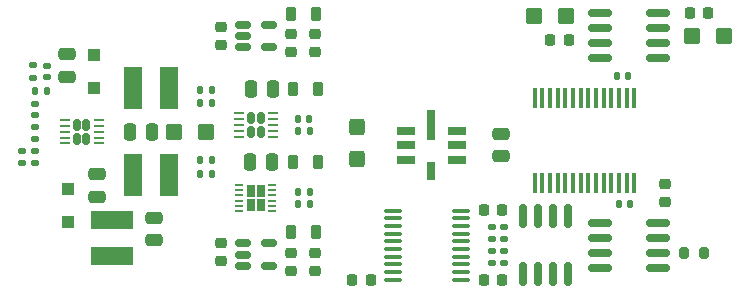
<source format=gbr>
%TF.GenerationSoftware,KiCad,Pcbnew,(6.0.5)*%
%TF.CreationDate,2022-10-08T22:42:16+08:00*%
%TF.ProjectId,LabPrecisionVoltageSource_V1.2,4c616250-7265-4636-9973-696f6e566f6c,rev?*%
%TF.SameCoordinates,Original*%
%TF.FileFunction,Paste,Top*%
%TF.FilePolarity,Positive*%
%FSLAX46Y46*%
G04 Gerber Fmt 4.6, Leading zero omitted, Abs format (unit mm)*
G04 Created by KiCad (PCBNEW (6.0.5)) date 2022-10-08 22:42:16*
%MOMM*%
%LPD*%
G01*
G04 APERTURE LIST*
G04 Aperture macros list*
%AMRoundRect*
0 Rectangle with rounded corners*
0 $1 Rounding radius*
0 $2 $3 $4 $5 $6 $7 $8 $9 X,Y pos of 4 corners*
0 Add a 4 corners polygon primitive as box body*
4,1,4,$2,$3,$4,$5,$6,$7,$8,$9,$2,$3,0*
0 Add four circle primitives for the rounded corners*
1,1,$1+$1,$2,$3*
1,1,$1+$1,$4,$5*
1,1,$1+$1,$6,$7*
1,1,$1+$1,$8,$9*
0 Add four rect primitives between the rounded corners*
20,1,$1+$1,$2,$3,$4,$5,0*
20,1,$1+$1,$4,$5,$6,$7,0*
20,1,$1+$1,$6,$7,$8,$9,0*
20,1,$1+$1,$8,$9,$2,$3,0*%
G04 Aperture macros list end*
%ADD10RoundRect,0.225000X0.250000X-0.225000X0.250000X0.225000X-0.250000X0.225000X-0.250000X-0.225000X0*%
%ADD11RoundRect,0.218750X-0.218750X-0.381250X0.218750X-0.381250X0.218750X0.381250X-0.218750X0.381250X0*%
%ADD12RoundRect,0.150000X0.150000X-0.825000X0.150000X0.825000X-0.150000X0.825000X-0.150000X-0.825000X0*%
%ADD13RoundRect,0.150000X-0.512500X-0.150000X0.512500X-0.150000X0.512500X0.150000X-0.512500X0.150000X0*%
%ADD14RoundRect,0.225000X0.225000X0.250000X-0.225000X0.250000X-0.225000X-0.250000X0.225000X-0.250000X0*%
%ADD15R,0.640000X1.000000*%
%ADD16R,0.700000X0.250000*%
%ADD17RoundRect,0.225000X-0.225000X-0.250000X0.225000X-0.250000X0.225000X0.250000X-0.225000X0.250000X0*%
%ADD18RoundRect,0.167500X-0.167500X-0.312500X0.167500X-0.312500X0.167500X0.312500X-0.167500X0.312500X0*%
%ADD19RoundRect,0.062500X-0.362500X-0.062500X0.362500X-0.062500X0.362500X0.062500X-0.362500X0.062500X0*%
%ADD20RoundRect,0.140000X-0.170000X0.140000X-0.170000X-0.140000X0.170000X-0.140000X0.170000X0.140000X0*%
%ADD21RoundRect,0.250000X-0.425000X0.450000X-0.425000X-0.450000X0.425000X-0.450000X0.425000X0.450000X0*%
%ADD22RoundRect,0.135000X-0.135000X-0.185000X0.135000X-0.185000X0.135000X0.185000X-0.135000X0.185000X0*%
%ADD23RoundRect,0.250000X-0.450000X-0.425000X0.450000X-0.425000X0.450000X0.425000X-0.450000X0.425000X0*%
%ADD24R,1.100000X1.100000*%
%ADD25RoundRect,0.150000X-0.825000X-0.150000X0.825000X-0.150000X0.825000X0.150000X-0.825000X0.150000X0*%
%ADD26RoundRect,0.250000X0.250000X0.475000X-0.250000X0.475000X-0.250000X-0.475000X0.250000X-0.475000X0*%
%ADD27R,0.450000X1.750000*%
%ADD28R,3.600000X1.500000*%
%ADD29R,1.500000X3.600000*%
%ADD30RoundRect,0.135000X-0.185000X0.135000X-0.185000X-0.135000X0.185000X-0.135000X0.185000X0.135000X0*%
%ADD31RoundRect,0.135000X0.185000X-0.135000X0.185000X0.135000X-0.185000X0.135000X-0.185000X-0.135000X0*%
%ADD32RoundRect,0.140000X0.140000X0.170000X-0.140000X0.170000X-0.140000X-0.170000X0.140000X-0.170000X0*%
%ADD33RoundRect,0.250000X-0.475000X0.250000X-0.475000X-0.250000X0.475000X-0.250000X0.475000X0.250000X0*%
%ADD34RoundRect,0.140000X0.170000X-0.140000X0.170000X0.140000X-0.170000X0.140000X-0.170000X-0.140000X0*%
%ADD35RoundRect,0.140000X-0.140000X-0.170000X0.140000X-0.170000X0.140000X0.170000X-0.140000X0.170000X0*%
%ADD36RoundRect,0.100000X0.637500X0.100000X-0.637500X0.100000X-0.637500X-0.100000X0.637500X-0.100000X0*%
%ADD37RoundRect,0.250000X0.475000X-0.250000X0.475000X0.250000X-0.475000X0.250000X-0.475000X-0.250000X0*%
%ADD38RoundRect,0.250000X0.450000X0.425000X-0.450000X0.425000X-0.450000X-0.425000X0.450000X-0.425000X0*%
%ADD39RoundRect,0.250000X-0.250000X-0.475000X0.250000X-0.475000X0.250000X0.475000X-0.250000X0.475000X0*%
%ADD40RoundRect,0.200000X0.200000X0.275000X-0.200000X0.275000X-0.200000X-0.275000X0.200000X-0.275000X0*%
%ADD41RoundRect,0.135000X0.135000X0.185000X-0.135000X0.185000X-0.135000X-0.185000X0.135000X-0.185000X0*%
%ADD42R,1.500000X0.700000*%
%ADD43R,0.700000X1.500000*%
%ADD44R,0.700000X2.500000*%
G04 APERTURE END LIST*
D10*
%TO.C,C205*%
X153571141Y-86950863D03*
X153571141Y-85400863D03*
%TD*%
D11*
%TO.C,FB204*%
X151708643Y-96238866D03*
X153833643Y-96238866D03*
%TD*%
D12*
%TO.C,U501*%
X171177437Y-105753743D03*
X172447437Y-105753743D03*
X173717437Y-105753743D03*
X174987437Y-105753743D03*
X174987437Y-100803743D03*
X173717437Y-100803743D03*
X172447437Y-100803743D03*
X171177437Y-100803743D03*
%TD*%
D11*
%TO.C,FB203*%
X151508642Y-102175863D03*
X153633642Y-102175863D03*
%TD*%
D13*
%TO.C,U201*%
X147433641Y-84625863D03*
X147433641Y-85575863D03*
X147433641Y-86525863D03*
X149708641Y-86525863D03*
X149708641Y-84625863D03*
%TD*%
D14*
%TO.C,C405*%
X175046142Y-85875863D03*
X173496142Y-85875863D03*
%TD*%
D15*
%TO.C,U205*%
X148984142Y-99869864D03*
X148154142Y-98679864D03*
X148154142Y-99869864D03*
X148984142Y-98679864D03*
D16*
X147169142Y-98149864D03*
X147169142Y-98599864D03*
X147169142Y-99049864D03*
X147169142Y-99499864D03*
X147169142Y-99949864D03*
X147169142Y-100399864D03*
X149969142Y-100399864D03*
X149969142Y-99949864D03*
X149969142Y-99499864D03*
X149969142Y-99049864D03*
X149969142Y-98599864D03*
X149969142Y-98149864D03*
%TD*%
D17*
%TO.C,C504*%
X167886671Y-100313456D03*
X169436671Y-100313456D03*
%TD*%
D18*
%TO.C,U202*%
X148964512Y-93670864D03*
X148144512Y-92480864D03*
X148144512Y-93670864D03*
X148964512Y-92480864D03*
D19*
X147104512Y-92075864D03*
X147104512Y-92575864D03*
X147104512Y-93075864D03*
X147104512Y-93575864D03*
X147104512Y-94075864D03*
X150004512Y-94075864D03*
X150004512Y-93575864D03*
X150004512Y-93075864D03*
X150004512Y-92575864D03*
X150004512Y-92075864D03*
%TD*%
D20*
%TO.C,C502*%
X168521142Y-101765863D03*
X168521142Y-102725863D03*
%TD*%
D21*
%TO.C,C301*%
X157099142Y-93273865D03*
X157099142Y-95973865D03*
%TD*%
D20*
%TO.C,C213*%
X129876144Y-91301865D03*
X129876144Y-92261865D03*
%TD*%
D10*
%TO.C,C202*%
X151571141Y-86950863D03*
X151571141Y-85400863D03*
%TD*%
D22*
%TO.C,R202*%
X143844144Y-91245863D03*
X144864144Y-91245863D03*
%TD*%
D10*
%TO.C,C211*%
X151571141Y-105450864D03*
X151571141Y-103900864D03*
%TD*%
D23*
%TO.C,C404*%
X172121141Y-83875863D03*
X174821141Y-83875863D03*
%TD*%
D24*
%TO.C,D201*%
X134829143Y-87178865D03*
X134829143Y-89978865D03*
%TD*%
D25*
%TO.C,U401*%
X177696142Y-83620862D03*
X177696142Y-84890862D03*
X177696142Y-86160862D03*
X177696142Y-87430862D03*
X182646142Y-87430862D03*
X182646142Y-86160862D03*
X182646142Y-84890862D03*
X182646142Y-83620862D03*
%TD*%
D26*
%TO.C,C220*%
X149935770Y-96188864D03*
X148035770Y-96188864D03*
%TD*%
D27*
%TO.C,U402*%
X180607439Y-90786142D03*
X179957439Y-90786142D03*
X179307439Y-90786142D03*
X178657439Y-90786142D03*
X178007439Y-90786142D03*
X177357439Y-90786142D03*
X176707439Y-90786142D03*
X176057439Y-90786142D03*
X175407439Y-90786142D03*
X174757439Y-90786142D03*
X174107439Y-90786142D03*
X173457439Y-90786142D03*
X172807439Y-90786142D03*
X172157439Y-90786142D03*
X172157439Y-97986142D03*
X172807439Y-97986142D03*
X173457439Y-97986142D03*
X174107439Y-97986142D03*
X174757439Y-97986142D03*
X175407439Y-97986142D03*
X176057439Y-97986142D03*
X176707439Y-97986142D03*
X177357439Y-97986142D03*
X178007439Y-97986142D03*
X178657439Y-97986142D03*
X179307439Y-97986142D03*
X179957439Y-97986142D03*
X180607439Y-97986142D03*
%TD*%
D28*
%TO.C,L203*%
X136353141Y-101150863D03*
X136353141Y-104200863D03*
%TD*%
D18*
%TO.C,U204*%
X133403143Y-94253865D03*
X133403143Y-93063865D03*
X134223143Y-94253865D03*
X134223143Y-93063865D03*
D19*
X132363143Y-92658865D03*
X132363143Y-93158865D03*
X132363143Y-93658865D03*
X132363143Y-94158865D03*
X132363143Y-94658865D03*
X135263143Y-94658865D03*
X135263143Y-94158865D03*
X135263143Y-93658865D03*
X135263143Y-93158865D03*
X135263143Y-92658865D03*
%TD*%
D29*
%TO.C,L202*%
X141180141Y-97341863D03*
X138130141Y-97341863D03*
%TD*%
D30*
%TO.C,R207*%
X128733142Y-95307865D03*
X128733142Y-96327865D03*
%TD*%
D31*
%TO.C,R204*%
X129714641Y-89075864D03*
X129714641Y-88055864D03*
%TD*%
D32*
%TO.C,C215*%
X144834142Y-97214861D03*
X143874142Y-97214861D03*
%TD*%
D26*
%TO.C,C208*%
X150012512Y-90027862D03*
X148112512Y-90027862D03*
%TD*%
D33*
%TO.C,C209*%
X132543141Y-87120863D03*
X132543141Y-89020863D03*
%TD*%
D34*
%TO.C,C218*%
X129876144Y-96297865D03*
X129876144Y-95337865D03*
%TD*%
D10*
%TO.C,C409*%
X183171142Y-99650863D03*
X183171142Y-98100863D03*
%TD*%
D11*
%TO.C,FB202*%
X151708640Y-90027862D03*
X153833640Y-90027862D03*
%TD*%
D35*
%TO.C,C216*%
X152153140Y-98766865D03*
X153113140Y-98766865D03*
%TD*%
D36*
%TO.C,U502*%
X165933642Y-106200863D03*
X165933642Y-105550863D03*
X165933642Y-104900863D03*
X165933642Y-104250863D03*
X165933642Y-103600863D03*
X165933642Y-102950863D03*
X165933642Y-102300863D03*
X165933642Y-101650863D03*
X165933642Y-101000863D03*
X165933642Y-100350863D03*
X160208642Y-100350863D03*
X160208642Y-101000863D03*
X160208642Y-101650863D03*
X160208642Y-102300863D03*
X160208642Y-102950863D03*
X160208642Y-103600863D03*
X160208642Y-104250863D03*
X160208642Y-104900863D03*
X160208642Y-105550863D03*
X160208642Y-106200863D03*
%TD*%
D35*
%TO.C,C204*%
X152138514Y-92567866D03*
X153098514Y-92567866D03*
%TD*%
D22*
%TO.C,R203*%
X129839639Y-90216865D03*
X130859639Y-90216865D03*
%TD*%
D32*
%TO.C,C210*%
X144834144Y-90102864D03*
X143874144Y-90102864D03*
%TD*%
D35*
%TO.C,C406*%
X179141140Y-88925864D03*
X180101140Y-88925864D03*
%TD*%
D17*
%TO.C,C507*%
X156726643Y-106220363D03*
X158276643Y-106220363D03*
%TD*%
D30*
%TO.C,R502*%
X169537141Y-101735863D03*
X169537141Y-102755863D03*
%TD*%
D33*
%TO.C,C219*%
X139909140Y-100963865D03*
X139909140Y-102863865D03*
%TD*%
D25*
%TO.C,U403*%
X177696142Y-101370863D03*
X177696142Y-102640863D03*
X177696142Y-103910863D03*
X177696142Y-105180863D03*
X182646142Y-105180863D03*
X182646142Y-103910863D03*
X182646142Y-102640863D03*
X182646142Y-101370863D03*
%TD*%
D37*
%TO.C,C303*%
X169321144Y-95725864D03*
X169321144Y-93825864D03*
%TD*%
D32*
%TO.C,C410*%
X180262436Y-99825865D03*
X179302436Y-99825865D03*
%TD*%
D11*
%TO.C,FB201*%
X151508642Y-83675865D03*
X153633642Y-83675865D03*
%TD*%
D17*
%TO.C,C408*%
X185296139Y-83575863D03*
X186846139Y-83575863D03*
%TD*%
D38*
%TO.C,C206*%
X144307141Y-93658865D03*
X141607141Y-93658865D03*
%TD*%
D39*
%TO.C,C203*%
X137882142Y-93658861D03*
X139782142Y-93658861D03*
%TD*%
D10*
%TO.C,C207*%
X145571142Y-104650863D03*
X145571142Y-103100863D03*
%TD*%
D37*
%TO.C,C217*%
X135083140Y-99180864D03*
X135083140Y-97280864D03*
%TD*%
D40*
%TO.C,R403*%
X186476641Y-103910364D03*
X184826641Y-103910364D03*
%TD*%
D41*
%TO.C,R205*%
X153143140Y-99782863D03*
X152123140Y-99782863D03*
%TD*%
%TO.C,R206*%
X144866141Y-96071864D03*
X143846141Y-96071864D03*
%TD*%
D24*
%TO.C,D202*%
X132670142Y-98481866D03*
X132670142Y-101281866D03*
%TD*%
D30*
%TO.C,R208*%
X129876144Y-93275865D03*
X129876144Y-94295865D03*
%TD*%
D42*
%TO.C,U301*%
X161271143Y-93575862D03*
X161271143Y-94825862D03*
X161271143Y-96075862D03*
D43*
X163421143Y-96975862D03*
D42*
X165571143Y-96075862D03*
X165571143Y-94825862D03*
X165571143Y-93575862D03*
D44*
X163421143Y-93075862D03*
%TD*%
D34*
%TO.C,C501*%
X168521142Y-104757863D03*
X168521142Y-103797863D03*
%TD*%
D13*
%TO.C,U203*%
X147433641Y-103125863D03*
X147433641Y-104075863D03*
X147433641Y-105025863D03*
X149708641Y-105025863D03*
X149708641Y-103125863D03*
%TD*%
D41*
%TO.C,R201*%
X153128511Y-93583863D03*
X152108511Y-93583863D03*
%TD*%
D10*
%TO.C,C214*%
X153571141Y-105450863D03*
X153571141Y-103900863D03*
%TD*%
D23*
%TO.C,C403*%
X185521142Y-85575863D03*
X188221142Y-85575863D03*
%TD*%
D31*
%TO.C,R501*%
X169537139Y-104787863D03*
X169537139Y-103767863D03*
%TD*%
D29*
%TO.C,L201*%
X138130141Y-89975864D03*
X141180141Y-89975864D03*
%TD*%
D20*
%TO.C,C212*%
X130857641Y-88085864D03*
X130857641Y-89045864D03*
%TD*%
D10*
%TO.C,C201*%
X145571142Y-86350863D03*
X145571142Y-84800863D03*
%TD*%
D17*
%TO.C,C505*%
X167876642Y-106220363D03*
X169426642Y-106220363D03*
%TD*%
M02*

</source>
